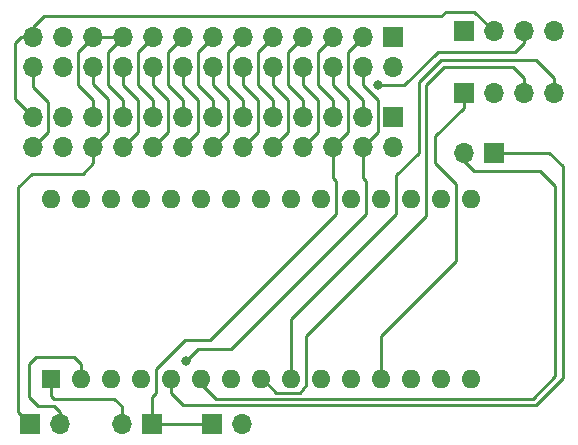
<source format=gtl>
%TF.GenerationSoftware,KiCad,Pcbnew,(5.1.7)-1*%
%TF.CreationDate,2020-12-17T22:24:39+01:00*%
%TF.ProjectId,u64_rgb_led,7536345f-7267-4625-9f6c-65642e6b6963,rev?*%
%TF.SameCoordinates,Original*%
%TF.FileFunction,Copper,L1,Top*%
%TF.FilePolarity,Positive*%
%FSLAX46Y46*%
G04 Gerber Fmt 4.6, Leading zero omitted, Abs format (unit mm)*
G04 Created by KiCad (PCBNEW (5.1.7)-1) date 2020-12-17 22:24:39*
%MOMM*%
%LPD*%
G01*
G04 APERTURE LIST*
%TA.AperFunction,ComponentPad*%
%ADD10R,1.600000X1.600000*%
%TD*%
%TA.AperFunction,ComponentPad*%
%ADD11O,1.600000X1.600000*%
%TD*%
%TA.AperFunction,ComponentPad*%
%ADD12R,1.700000X1.700000*%
%TD*%
%TA.AperFunction,ComponentPad*%
%ADD13O,1.700000X1.700000*%
%TD*%
%TA.AperFunction,ViaPad*%
%ADD14C,0.800000*%
%TD*%
%TA.AperFunction,Conductor*%
%ADD15C,0.250000*%
%TD*%
G04 APERTURE END LIST*
D10*
X28702000Y-51816000D03*
D11*
X61722000Y-36576000D03*
X31242000Y-51816000D03*
X59182000Y-36576000D03*
X33782000Y-51816000D03*
X56642000Y-36576000D03*
X36322000Y-51816000D03*
X54102000Y-36576000D03*
X38862000Y-51816000D03*
X51562000Y-36576000D03*
X41402000Y-51816000D03*
X49022000Y-36576000D03*
X43942000Y-51816000D03*
X46482000Y-36576000D03*
X46482000Y-51816000D03*
X43942000Y-36576000D03*
X49022000Y-51816000D03*
X41402000Y-36576000D03*
X51562000Y-51816000D03*
X38862000Y-36576000D03*
X54102000Y-51816000D03*
X36322000Y-36576000D03*
X56642000Y-51816000D03*
X33782000Y-36576000D03*
X59182000Y-51816000D03*
X31242000Y-36576000D03*
X61722000Y-51816000D03*
X28702000Y-36576000D03*
X64262000Y-51816000D03*
X64262000Y-36576000D03*
D12*
X57658000Y-22860000D03*
D13*
X57658000Y-25400000D03*
X55118000Y-22860000D03*
X55118000Y-25400000D03*
X52578000Y-22860000D03*
X52578000Y-25400000D03*
X50038000Y-22860000D03*
X50038000Y-25400000D03*
X47498000Y-22860000D03*
X47498000Y-25400000D03*
X44958000Y-22860000D03*
X44958000Y-25400000D03*
X42418000Y-22860000D03*
X42418000Y-25400000D03*
X39878000Y-22860000D03*
X39878000Y-25400000D03*
X37338000Y-22860000D03*
X37338000Y-25400000D03*
X34798000Y-22860000D03*
X34798000Y-25400000D03*
X32258000Y-22860000D03*
X32258000Y-25400000D03*
X29718000Y-22860000D03*
X29718000Y-25400000D03*
X27178000Y-22860000D03*
X27178000Y-25400000D03*
D12*
X57658000Y-29591000D03*
D13*
X57658000Y-32131000D03*
X55118000Y-29591000D03*
X55118000Y-32131000D03*
X52578000Y-29591000D03*
X52578000Y-32131000D03*
X50038000Y-29591000D03*
X50038000Y-32131000D03*
X47498000Y-29591000D03*
X47498000Y-32131000D03*
X44958000Y-29591000D03*
X44958000Y-32131000D03*
X42418000Y-29591000D03*
X42418000Y-32131000D03*
X39878000Y-29591000D03*
X39878000Y-32131000D03*
X37338000Y-29591000D03*
X37338000Y-32131000D03*
X34798000Y-29591000D03*
X34798000Y-32131000D03*
X32258000Y-29591000D03*
X32258000Y-32131000D03*
X29718000Y-29591000D03*
X29718000Y-32131000D03*
X27178000Y-29591000D03*
X27178000Y-32131000D03*
D12*
X63627000Y-22352000D03*
D13*
X66167000Y-22352000D03*
X68707000Y-22352000D03*
X71247000Y-22352000D03*
D12*
X63627000Y-27559000D03*
D13*
X66167000Y-27559000D03*
X68707000Y-27559000D03*
X71247000Y-27559000D03*
D12*
X66167000Y-32639000D03*
D13*
X63627000Y-32639000D03*
D12*
X42291000Y-55626000D03*
D13*
X44831000Y-55626000D03*
X29464000Y-55626000D03*
D12*
X26924000Y-55626000D03*
X37211000Y-55626000D03*
D13*
X34671000Y-55626000D03*
D14*
X40132000Y-50292000D03*
X56388000Y-26924000D03*
D15*
X32258000Y-25400000D02*
X32258000Y-26797000D01*
X32258000Y-26797000D02*
X33528000Y-28067000D01*
X33528000Y-28067000D02*
X33528000Y-30861000D01*
X33528000Y-30861000D02*
X32258000Y-32131000D01*
X32258000Y-32131000D02*
X32258000Y-33528000D01*
X25908000Y-54610000D02*
X26924000Y-55626000D01*
X25908000Y-54229000D02*
X25908000Y-54610000D01*
X31369000Y-34417000D02*
X32258000Y-33528000D01*
X27051000Y-34417000D02*
X31369000Y-34417000D01*
X25908000Y-35560000D02*
X27051000Y-34417000D01*
X25908000Y-52832000D02*
X25908000Y-35560000D01*
X25908000Y-52832000D02*
X25908000Y-54229000D01*
X52578000Y-22860000D02*
X51308000Y-24130000D01*
X51308000Y-24130000D02*
X51308000Y-26797000D01*
X51308000Y-26797000D02*
X51308000Y-26924000D01*
X51308000Y-26924000D02*
X52578000Y-28194000D01*
X52578000Y-28194000D02*
X52578000Y-29591000D01*
X50038000Y-22860000D02*
X48768000Y-24130000D01*
X48768000Y-24130000D02*
X48768000Y-26797000D01*
X48768000Y-26797000D02*
X48768000Y-26924000D01*
X48768000Y-26924000D02*
X50038000Y-28194000D01*
X50038000Y-28194000D02*
X50038000Y-29591000D01*
X47498000Y-22860000D02*
X46228000Y-24130000D01*
X46228000Y-24130000D02*
X46228000Y-26797000D01*
X46228000Y-26797000D02*
X46228000Y-26924000D01*
X46228000Y-26924000D02*
X47498000Y-28194000D01*
X47498000Y-28194000D02*
X47498000Y-29591000D01*
X44958000Y-22860000D02*
X43688000Y-24130000D01*
X43688000Y-24130000D02*
X43688000Y-26797000D01*
X43688000Y-26797000D02*
X43688000Y-26924000D01*
X43688000Y-26924000D02*
X44958000Y-28194000D01*
X44958000Y-28194000D02*
X44958000Y-29591000D01*
X42418000Y-22860000D02*
X41148000Y-24130000D01*
X41148000Y-24130000D02*
X41148000Y-26797000D01*
X41148000Y-26797000D02*
X41148000Y-26924000D01*
X41148000Y-26924000D02*
X42418000Y-28194000D01*
X42418000Y-28194000D02*
X42418000Y-29591000D01*
X39878000Y-22860000D02*
X38608000Y-24130000D01*
X38608000Y-24130000D02*
X38608000Y-26797000D01*
X38608000Y-26797000D02*
X38608000Y-26924000D01*
X38608000Y-26924000D02*
X39878000Y-28194000D01*
X39878000Y-28194000D02*
X39878000Y-29464000D01*
X37338000Y-22860000D02*
X36068000Y-24130000D01*
X36068000Y-24130000D02*
X36068000Y-26670000D01*
X36068000Y-26670000D02*
X36068000Y-26924000D01*
X36068000Y-26924000D02*
X37338000Y-28194000D01*
X37338000Y-28194000D02*
X37338000Y-29591000D01*
X27178000Y-22860000D02*
X26162000Y-22860000D01*
X26162000Y-22860000D02*
X25654000Y-23368000D01*
X25654000Y-23368000D02*
X25654000Y-28067000D01*
X25654000Y-28067000D02*
X27178000Y-29591000D01*
X27178000Y-22860000D02*
X27178000Y-21971000D01*
X27178000Y-21971000D02*
X28067000Y-21082000D01*
X28067000Y-21082000D02*
X58928000Y-21082000D01*
X58928000Y-21082000D02*
X61722000Y-21082000D01*
X61722000Y-21082000D02*
X62103000Y-20701000D01*
X62103000Y-20701000D02*
X64516000Y-20701000D01*
X64516000Y-20701000D02*
X66167000Y-22352000D01*
X55118000Y-25400000D02*
X55118000Y-26797000D01*
X55118000Y-26797000D02*
X55118000Y-26924000D01*
X55118000Y-26924000D02*
X56388000Y-28194000D01*
X56388000Y-28194000D02*
X56388000Y-30861000D01*
X56388000Y-30861000D02*
X55118000Y-32131000D01*
X55118000Y-34798000D02*
X55118000Y-32131000D01*
X40132000Y-50292000D02*
X41148000Y-49276000D01*
X41148000Y-49276000D02*
X43942000Y-49276000D01*
X43942000Y-49276000D02*
X55372000Y-37846000D01*
X55372000Y-37846000D02*
X55372000Y-35052000D01*
X55372000Y-35052000D02*
X55118000Y-34798000D01*
X50038000Y-25400000D02*
X50038000Y-26797000D01*
X50038000Y-26797000D02*
X50038000Y-26924000D01*
X50038000Y-26924000D02*
X51308000Y-28194000D01*
X51308000Y-28194000D02*
X51308000Y-30861000D01*
X51308000Y-30861000D02*
X50038000Y-32131000D01*
X47498000Y-25400000D02*
X47498000Y-26797000D01*
X47498000Y-26797000D02*
X47498000Y-26924000D01*
X47498000Y-26924000D02*
X48768000Y-28194000D01*
X48768000Y-28194000D02*
X48768000Y-30861000D01*
X48768000Y-30861000D02*
X47498000Y-32131000D01*
X44958000Y-25400000D02*
X44958000Y-26797000D01*
X44958000Y-26797000D02*
X44958000Y-26924000D01*
X44958000Y-26924000D02*
X46228000Y-28194000D01*
X46228000Y-28194000D02*
X46228000Y-30861000D01*
X46228000Y-30861000D02*
X44958000Y-32131000D01*
X42418000Y-25400000D02*
X42418000Y-26670000D01*
X42418000Y-26670000D02*
X42418000Y-26924000D01*
X42418000Y-26924000D02*
X43688000Y-28194000D01*
X43688000Y-28194000D02*
X43688000Y-30861000D01*
X43688000Y-30861000D02*
X42418000Y-32131000D01*
X39878000Y-25400000D02*
X39878000Y-26797000D01*
X39878000Y-26797000D02*
X39878000Y-26924000D01*
X39878000Y-26924000D02*
X41148000Y-28194000D01*
X41148000Y-28194000D02*
X41148000Y-30861000D01*
X41148000Y-30861000D02*
X39878000Y-32131000D01*
X37338000Y-25400000D02*
X37338000Y-26797000D01*
X37338000Y-26797000D02*
X37338000Y-26924000D01*
X37338000Y-26924000D02*
X38608000Y-28194000D01*
X38608000Y-28194000D02*
X38608000Y-30861000D01*
X38608000Y-30861000D02*
X37338000Y-32131000D01*
X34798000Y-25400000D02*
X34798000Y-26670000D01*
X34798000Y-26670000D02*
X34798000Y-26924000D01*
X34798000Y-26924000D02*
X36068000Y-28194000D01*
X36068000Y-28194000D02*
X36068000Y-30861000D01*
X36068000Y-30861000D02*
X34798000Y-32131000D01*
X27178000Y-25400000D02*
X27178000Y-26797000D01*
X27178000Y-26797000D02*
X27178000Y-27051000D01*
X27178000Y-27051000D02*
X28448000Y-28321000D01*
X28448000Y-28321000D02*
X28448000Y-30861000D01*
X28448000Y-30861000D02*
X27178000Y-32131000D01*
X68707000Y-23368000D02*
X68707000Y-22352000D01*
X67945000Y-24130000D02*
X68707000Y-23368000D01*
X61468000Y-24130000D02*
X67945000Y-24130000D01*
X58547000Y-26924000D02*
X61468000Y-24130000D01*
X56388000Y-26924000D02*
X58547000Y-26924000D01*
X62992000Y-37338000D02*
X62992000Y-35306000D01*
X62992000Y-41783000D02*
X62992000Y-37338000D01*
X56642000Y-48133000D02*
X62992000Y-41783000D01*
X56642000Y-51816000D02*
X56642000Y-48133000D01*
X63627000Y-28829000D02*
X63627000Y-27559000D01*
X61214000Y-31242000D02*
X63627000Y-28829000D01*
X61214000Y-33528000D02*
X61214000Y-31242000D01*
X62992000Y-35306000D02*
X61214000Y-33528000D01*
X50292000Y-52324000D02*
X50292000Y-50546000D01*
X49784000Y-52959000D02*
X50292000Y-52324000D01*
X47752000Y-52959000D02*
X49784000Y-52959000D01*
X46609000Y-51816000D02*
X47752000Y-52959000D01*
X46482000Y-51816000D02*
X46609000Y-51816000D01*
X68707000Y-26289000D02*
X68707000Y-27559000D01*
X67818000Y-25400000D02*
X68707000Y-26289000D01*
X61976000Y-25400000D02*
X67818000Y-25400000D01*
X60452000Y-26924000D02*
X61976000Y-25400000D01*
X60452000Y-37846000D02*
X60452000Y-26924000D01*
X60452000Y-37846000D02*
X60452000Y-37973000D01*
X60452000Y-37973000D02*
X50292000Y-48133000D01*
X50292000Y-48133000D02*
X50292000Y-50546000D01*
X71247000Y-26289000D02*
X71247000Y-27559000D01*
X69723000Y-24765000D02*
X71247000Y-26289000D01*
X61722000Y-24765000D02*
X69723000Y-24765000D01*
X59817000Y-26670000D02*
X61722000Y-24765000D01*
X59817000Y-32639000D02*
X59817000Y-26670000D01*
X57912000Y-34544000D02*
X59817000Y-32639000D01*
X57912000Y-37846000D02*
X57912000Y-34544000D01*
X49022000Y-51816000D02*
X49022000Y-50546000D01*
X49022000Y-50546000D02*
X49022000Y-46736000D01*
X49022000Y-46736000D02*
X57912000Y-37846000D01*
X38862000Y-51816000D02*
X38862000Y-52959000D01*
X38862000Y-52959000D02*
X39878000Y-53975000D01*
X39878000Y-53975000D02*
X69723000Y-53975000D01*
X69723000Y-53975000D02*
X72009000Y-51689000D01*
X72009000Y-51689000D02*
X72009000Y-33782000D01*
X72009000Y-33782000D02*
X70866000Y-32639000D01*
X70866000Y-32639000D02*
X66294000Y-32639000D01*
X41402000Y-51816000D02*
X41402000Y-52197000D01*
X41402000Y-52197000D02*
X42672000Y-53467000D01*
X42672000Y-53467000D02*
X69469000Y-53467000D01*
X69469000Y-53467000D02*
X71374000Y-51562000D01*
X71374000Y-51562000D02*
X71374000Y-35433000D01*
X71374000Y-35433000D02*
X70104000Y-34163000D01*
X70104000Y-34163000D02*
X64516000Y-34163000D01*
X64516000Y-34163000D02*
X63500000Y-33147000D01*
X63500000Y-33147000D02*
X63500000Y-32766000D01*
X63500000Y-32766000D02*
X63627000Y-32639000D01*
X55118000Y-22860000D02*
X53848000Y-24130000D01*
X53848000Y-24130000D02*
X53848000Y-26797000D01*
X53848000Y-26797000D02*
X53848000Y-26924000D01*
X53848000Y-26924000D02*
X55118000Y-28194000D01*
X55118000Y-28194000D02*
X55118000Y-29464000D01*
X32258000Y-22860000D02*
X30988000Y-24130000D01*
X30988000Y-24130000D02*
X30988000Y-26670000D01*
X30988000Y-26670000D02*
X30988000Y-26924000D01*
X30988000Y-26924000D02*
X32258000Y-28194000D01*
X32258000Y-28194000D02*
X32258000Y-29591000D01*
X32258000Y-22860000D02*
X34798000Y-22860000D01*
X34798000Y-22860000D02*
X33528000Y-24130000D01*
X33528000Y-24130000D02*
X33528000Y-26797000D01*
X33528000Y-26797000D02*
X33528000Y-26924000D01*
X33528000Y-26924000D02*
X34798000Y-28194000D01*
X34798000Y-28194000D02*
X34798000Y-29591000D01*
X31242000Y-50546000D02*
X31242000Y-51816000D01*
X29464000Y-54610000D02*
X29464000Y-55626000D01*
X28956000Y-54102000D02*
X29464000Y-54610000D01*
X27559000Y-54102000D02*
X28956000Y-54102000D01*
X26797000Y-53340000D02*
X27559000Y-54102000D01*
X26797000Y-53213000D02*
X26797000Y-53340000D01*
X26797000Y-53213000D02*
X26797000Y-50546000D01*
X26797000Y-50546000D02*
X27432000Y-49911000D01*
X27432000Y-49911000D02*
X30607000Y-49911000D01*
X30607000Y-49911000D02*
X31242000Y-50546000D01*
X52578000Y-25400000D02*
X52578000Y-26797000D01*
X52578000Y-26797000D02*
X52578000Y-26924000D01*
X52578000Y-26924000D02*
X53848000Y-28194000D01*
X53848000Y-28194000D02*
X53848000Y-30861000D01*
X53848000Y-30861000D02*
X52578000Y-32131000D01*
X52832000Y-35052000D02*
X52832000Y-37846000D01*
X37211000Y-53340000D02*
X37592000Y-52959000D01*
X37211000Y-55626000D02*
X37211000Y-53340000D01*
X42164000Y-48514000D02*
X52832000Y-37846000D01*
X40005000Y-48514000D02*
X42164000Y-48514000D01*
X37592000Y-50927000D02*
X40005000Y-48514000D01*
X37592000Y-52959000D02*
X37592000Y-50927000D01*
X52578000Y-34798000D02*
X52578000Y-32131000D01*
X52578000Y-34798000D02*
X52832000Y-35052000D01*
X37211000Y-55626000D02*
X42291000Y-55626000D01*
X28702000Y-51816000D02*
X28702000Y-53213000D01*
X34671000Y-54102000D02*
X34671000Y-55626000D01*
X34036000Y-53467000D02*
X34671000Y-54102000D01*
X28956000Y-53467000D02*
X34036000Y-53467000D01*
X28702000Y-53213000D02*
X28956000Y-53467000D01*
M02*

</source>
